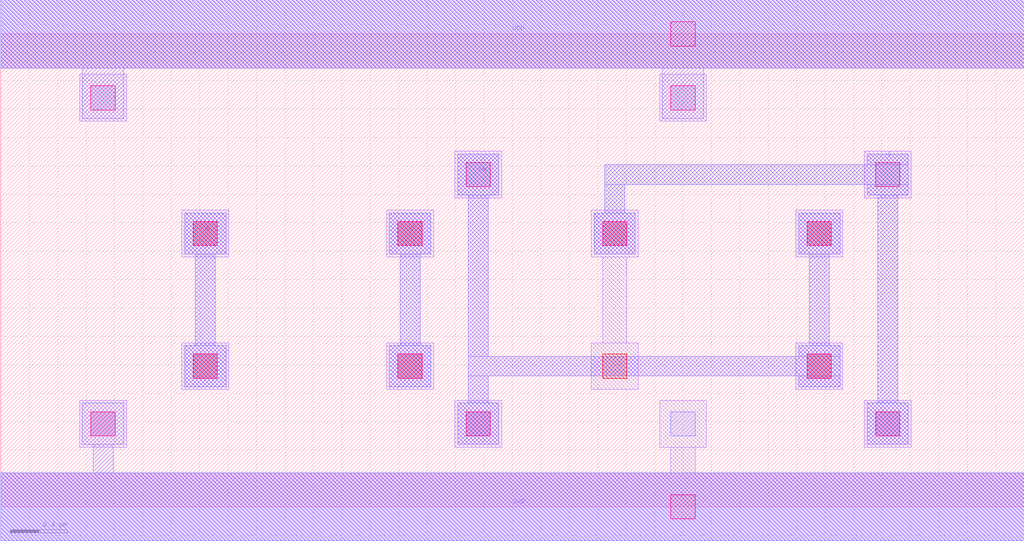
<source format=lef>
MACRO ASYNC2
 CLASS CORE ;
 FOREIGN ASYNC2 0 0 ;
 SIZE 7.2 BY 3.33 ;
 ORIGIN 0 0 ;
 SYMMETRY X Y R90 ;
 SITE unit ;
  PIN VDD
   DIRECTION INOUT ;
   USE POWER ;
   SHAPE ABUTMENT ;
    PORT
     CLASS CORE ;
       LAYER li1 ;
        RECT 0.00000000 3.09000000 7.20000000 3.57000000 ;
       LAYER met1 ;
        RECT 0.00000000 3.09000000 7.20000000 3.57000000 ;
    END
  END VDD

  PIN GND
   DIRECTION INOUT ;
   USE POWER ;
   SHAPE ABUTMENT ;
    PORT
     CLASS CORE ;
       LAYER li1 ;
        RECT 0.00000000 -0.24000000 7.20000000 0.24000000 ;
       LAYER met1 ;
        RECT 0.00000000 -0.24000000 7.20000000 0.24000000 ;
    END
  END GND

  PIN C
   DIRECTION INOUT ;
   USE SIGNAL ;
   SHAPE ABUTMENT ;
    PORT
     CLASS CORE ;
       LAYER met1 ;
        RECT 6.09500000 0.44000000 6.38500000 0.73000000 ;
        RECT 4.17500000 1.78000000 4.46500000 2.07000000 ;
        RECT 6.17000000 0.73000000 6.31000000 2.19500000 ;
        RECT 4.25000000 2.07000000 4.39000000 2.27000000 ;
        RECT 6.09500000 2.19500000 6.38500000 2.27000000 ;
        RECT 4.25000000 2.27000000 6.38500000 2.41000000 ;
        RECT 6.09500000 2.41000000 6.38500000 2.48500000 ;
    END
  END C

  PIN CN
   DIRECTION INOUT ;
   USE SIGNAL ;
   SHAPE ABUTMENT ;
    PORT
     CLASS CORE ;
       LAYER met1 ;
        RECT 3.21500000 0.44000000 3.50500000 0.73000000 ;
        RECT 3.29000000 0.73000000 3.43000000 0.92000000 ;
        RECT 5.61500000 0.84500000 5.90500000 0.92000000 ;
        RECT 3.29000000 0.92000000 5.90500000 1.06000000 ;
        RECT 5.61500000 1.06000000 5.90500000 1.13500000 ;
        RECT 5.69000000 1.13500000 5.83000000 1.78000000 ;
        RECT 5.61500000 1.78000000 5.90500000 2.07000000 ;
        RECT 3.29000000 1.06000000 3.43000000 2.19500000 ;
        RECT 3.21500000 2.19500000 3.50500000 2.48500000 ;
    END
  END CN

  PIN B
   DIRECTION INOUT ;
   USE SIGNAL ;
   SHAPE ABUTMENT ;
    PORT
     CLASS CORE ;
       LAYER met1 ;
        RECT 2.73500000 0.84500000 3.02500000 1.13500000 ;
        RECT 2.81000000 1.13500000 2.95000000 1.78000000 ;
        RECT 2.73500000 1.78000000 3.02500000 2.07000000 ;
    END
  END B

  PIN A
   DIRECTION INOUT ;
   USE SIGNAL ;
   SHAPE ABUTMENT ;
    PORT
     CLASS CORE ;
       LAYER met1 ;
        RECT 1.29500000 0.84500000 1.58500000 1.13500000 ;
        RECT 1.37000000 1.13500000 1.51000000 1.78000000 ;
        RECT 1.29500000 1.78000000 1.58500000 2.07000000 ;
    END
  END A

 OBS
    LAYER polycont ;
     RECT 1.35500000 0.90500000 1.52500000 1.07500000 ;
     RECT 2.79500000 0.90500000 2.96500000 1.07500000 ;
     RECT 4.23500000 0.90500000 4.40500000 1.07500000 ;
     RECT 5.67500000 0.90500000 5.84500000 1.07500000 ;
     RECT 1.35500000 1.84000000 1.52500000 2.01000000 ;
     RECT 2.79500000 1.84000000 2.96500000 2.01000000 ;
     RECT 4.23500000 1.84000000 4.40500000 2.01000000 ;
     RECT 5.67500000 1.84000000 5.84500000 2.01000000 ;

    LAYER pdiffc ;
     RECT 3.27500000 2.25500000 3.44500000 2.42500000 ;
     RECT 6.15500000 2.25500000 6.32500000 2.42500000 ;
     RECT 0.63500000 2.79500000 0.80500000 2.96500000 ;
     RECT 4.71500000 2.79500000 4.88500000 2.96500000 ;

    LAYER ndiffc ;
     RECT 0.63500000 0.50000000 0.80500000 0.67000000 ;
     RECT 3.27500000 0.50000000 3.44500000 0.67000000 ;
     RECT 4.71500000 0.50000000 4.88500000 0.67000000 ;
     RECT 6.15500000 0.50000000 6.32500000 0.67000000 ;

    LAYER li1 ;
     RECT 0.55500000 0.42000000 0.88500000 0.75000000 ;
     RECT 3.19500000 0.42000000 3.52500000 0.75000000 ;
     RECT 0.00000000 -0.24000000 7.20000000 0.24000000 ;
     RECT 4.71500000 0.24000000 4.88500000 0.42000000 ;
     RECT 4.63500000 0.42000000 4.96500000 0.75000000 ;
     RECT 6.07500000 0.42000000 6.40500000 0.75000000 ;
     RECT 1.27500000 0.82500000 1.60500000 1.15500000 ;
     RECT 2.71500000 0.82500000 3.04500000 1.15500000 ;
     RECT 5.59500000 0.82500000 5.92500000 1.15500000 ;
     RECT 1.27500000 1.76000000 1.60500000 2.09000000 ;
     RECT 2.71500000 1.76000000 3.04500000 2.09000000 ;
     RECT 4.15500000 0.82500000 4.48500000 1.15500000 ;
     RECT 4.23500000 1.15500000 4.40500000 1.76000000 ;
     RECT 4.15500000 1.76000000 4.48500000 2.09000000 ;
     RECT 5.59500000 1.76000000 5.92500000 2.09000000 ;
     RECT 3.19500000 2.17500000 3.52500000 2.50500000 ;
     RECT 6.07500000 2.17500000 6.40500000 2.50500000 ;
     RECT 0.55500000 2.71500000 0.88500000 3.04500000 ;
     RECT 4.63500000 2.71500000 4.96500000 3.04500000 ;
     RECT 0.00000000 3.09000000 7.20000000 3.57000000 ;

    LAYER viali ;
     RECT 4.71500000 -0.08500000 4.88500000 0.08500000 ;
     RECT 0.63500000 0.50000000 0.80500000 0.67000000 ;
     RECT 3.27500000 0.50000000 3.44500000 0.67000000 ;
     RECT 6.15500000 0.50000000 6.32500000 0.67000000 ;
     RECT 1.35500000 0.90500000 1.52500000 1.07500000 ;
     RECT 2.79500000 0.90500000 2.96500000 1.07500000 ;
     RECT 5.67500000 0.90500000 5.84500000 1.07500000 ;
     RECT 1.35500000 1.84000000 1.52500000 2.01000000 ;
     RECT 2.79500000 1.84000000 2.96500000 2.01000000 ;
     RECT 4.23500000 1.84000000 4.40500000 2.01000000 ;
     RECT 5.67500000 1.84000000 5.84500000 2.01000000 ;
     RECT 3.27500000 2.25500000 3.44500000 2.42500000 ;
     RECT 6.15500000 2.25500000 6.32500000 2.42500000 ;
     RECT 0.63500000 2.79500000 0.80500000 2.96500000 ;
     RECT 4.71500000 2.79500000 4.88500000 2.96500000 ;
     RECT 4.71500000 3.24500000 4.88500000 3.41500000 ;

    LAYER met1 ;
     RECT 0.00000000 -0.24000000 7.20000000 0.24000000 ;
     RECT 0.65000000 0.24000000 0.79000000 0.44000000 ;
     RECT 0.57500000 0.44000000 0.86500000 0.73000000 ;
     RECT 1.29500000 0.84500000 1.58500000 1.13500000 ;
     RECT 1.37000000 1.13500000 1.51000000 1.78000000 ;
     RECT 1.29500000 1.78000000 1.58500000 2.07000000 ;
     RECT 2.73500000 0.84500000 3.02500000 1.13500000 ;
     RECT 2.81000000 1.13500000 2.95000000 1.78000000 ;
     RECT 2.73500000 1.78000000 3.02500000 2.07000000 ;
     RECT 3.21500000 0.44000000 3.50500000 0.73000000 ;
     RECT 3.29000000 0.73000000 3.43000000 0.92000000 ;
     RECT 5.61500000 0.84500000 5.90500000 0.92000000 ;
     RECT 3.29000000 0.92000000 5.90500000 1.06000000 ;
     RECT 5.61500000 1.06000000 5.90500000 1.13500000 ;
     RECT 5.69000000 1.13500000 5.83000000 1.78000000 ;
     RECT 5.61500000 1.78000000 5.90500000 2.07000000 ;
     RECT 3.29000000 1.06000000 3.43000000 2.19500000 ;
     RECT 3.21500000 2.19500000 3.50500000 2.48500000 ;
     RECT 6.09500000 0.44000000 6.38500000 0.73000000 ;
     RECT 4.17500000 1.78000000 4.46500000 2.07000000 ;
     RECT 6.17000000 0.73000000 6.31000000 2.19500000 ;
     RECT 4.25000000 2.07000000 4.39000000 2.27000000 ;
     RECT 6.09500000 2.19500000 6.38500000 2.27000000 ;
     RECT 4.25000000 2.27000000 6.38500000 2.41000000 ;
     RECT 6.09500000 2.41000000 6.38500000 2.48500000 ;
     RECT 0.57500000 2.73500000 0.86500000 3.09000000 ;
     RECT 4.65500000 2.73500000 4.94500000 3.09000000 ;
     RECT 0.00000000 3.09000000 7.20000000 3.57000000 ;

 END
END ASYNC2

</source>
